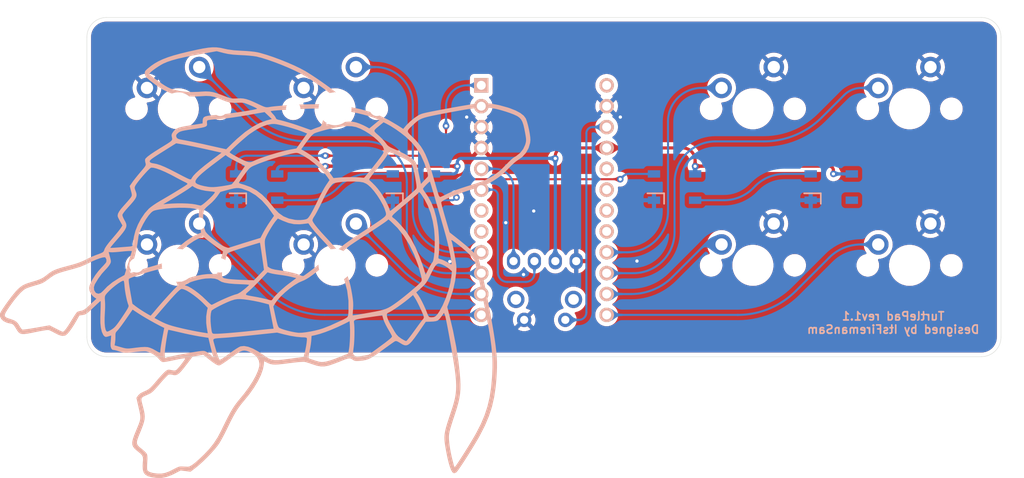
<source format=kicad_pcb>
(kicad_pcb (version 20211014) (generator pcbnew)
  (layers (0 "F.Cu" signal) (31 "B.Cu" signal) (34 "B.Paste" user) (35 "F.Paste" user) (36 "B.SilkS" user "B.Silkscreen") (37 "F.SilkS" user "F.Silkscreen") (38 "B.Mask" user) (39 "F.Mask" user) (44 "Edge.Cuts" user))
  (net 0 "")
  (net 2 "GND")
  (net 3 "VCC")
  (net 4 "reset")
  (net 5 "Net-(RGB1-Pad2)")
  (net 6 "LED")
  (net 7 "Net-(RGB2-Pad2)")
  (net 8 "Net-(RGB3-Pad2)")
  (net 9 "SCL")
  (net 10 "SDA")
  (net 11 "MX1")
  (net 12 "MX2")
  (net 13 "MX3")
  (net 15 "MX4")
  (net 16 "MX5")
  (net 17 "MX6")
  (net 18 "MX7")
  (net 19 "MX8")
  (footprint "0xcb:SW_Cherry_MX_PCB_1.00u" (layer "F.Cu") (at 198.052811 109.763439)
    (fp_text reference "MX8")
    (fp_text value "MX-NoLED")
  )
  (footprint "SSD1306:128x64OLED" (layer "F.Cu") (at 153.902811 98.650939 180)
    (fp_text reference "OL1")
    (fp_text value "SSD1306")
  )
  (footprint "0xcb:SW_Cherry_MX_PCB_1.00u" (layer "F.Cu") (at 109.152811 109.763439)
    (fp_text reference "MX5")
    (fp_text value "MX-NoLED")
  )
  (footprint "0xcb:SW_Cherry_MX_PCB_1.00u" (layer "F.Cu") (at 128.202811 109.763439)
    (fp_text reference "MX6")
    (fp_text value "MX-NoLED")
  )
  (footprint "Keebio-Parts:SW_Tactile_SPST_Angled_MJTP1117" (layer "F.Cu") (at 156.195 116.400939 180)
    (fp_text reference "SW1" hide)
    (fp_text value "SW_Push")
  )
  (footprint "0xcb:SW_Cherry_MX_PCB_1.00u" (layer "F.Cu") (at 179.002811 90.713439)
    (fp_text reference "MX3")
    (fp_text value "MX-NoLED")
  )
  (footprint "0xcb:SW_Cherry_MX_PCB_1.00u" (layer "F.Cu") (at 179.002811 109.763439)
    (fp_text reference "MX7")
    (fp_text value "MX-NoLED")
  )
  (footprint "0xcb:SW_Cherry_MX_PCB_1.00u" (layer "F.Cu") (at 128.202811 90.713439)
    (fp_text reference "MX2")
    (fp_text value "MX-NoLED")
  )
  (footprint "0xcb:SW_Cherry_MX_PCB_1.00u" (layer "F.Cu") (at 109.152811 90.713439)
    (fp_text reference "MX1")
    (fp_text value "MX-NoLED")
  )
  (footprint "Keebio-Parts:ArduinoProMicro" (layer "F.Cu") (at 153.602811 101.825939 -90)
    (fp_text reference "U1" hide)
    (fp_text value "ProMicro" hide)
  )
  (footprint "0xcb:SW_Cherry_MX_PCB_1.00u" (layer "F.Cu") (at 198.052811 90.713439)
    (fp_text reference "MX4")
    (fp_text value "MX-NoLED")
  )
  (footprint "Keebio-Parts:WS2812B" (layer "B.Cu") (at 188.527811 100.238439 180)
    (fp_text reference "RGBe" hide)
    (fp_text value "WS2812B" hide)
  )
  (footprint "Keebio-Parts:WS2812B" (layer "B.Cu") (at 169.477811 100.238439 180)
    (fp_text reference "RGB3" hide)
    (fp_text value "WS2812B" hide)
  )
  (footprint "Keebio-Parts:WS2812B" (layer "B.Cu") (at 137.727811 100.238439 180)
    (fp_text reference "RGB2" hide)
    (fp_text value "WS2812B" hide)
  )
  (footprint "LOGO" (layer "B.Cu") (at 120.65 110.413439 -170)
    (fp_text reference "G***" hide)
    (fp_text value "LOGO" hide)
  )
  (footprint "Keebio-Parts:WS2812B" (layer "B.Cu") (at 118.677811 100.238439 180)
    (fp_text reference "RGB1" hide)
    (fp_text value "WS2812B" hide)
  )
  (gr_arc (start 209.165311 118.494689) (mid 208.467859 120.178487) (end 206.784061 120.875939) (layer "Edge.Cuts") (width 0.05))
  (gr_arc (start 100.421561 120.875939) (mid 98.737763 120.178487) (end 98.040311 118.494689) (layer "Edge.Cuts") (width 0.05))
  (gr_line (start 98.040311 118.494689) (end 98.040311 81.982189) (layer "Edge.Cuts") (width 0.05))
  (gr_arc (start 98.040311 81.982189) (mid 98.737763 80.298391) (end 100.421561 79.600939) (layer "Edge.Cuts") (width 0.05))
  (gr_line (start 209.165311 81.982189) (end 209.165311 118.494689) (layer "Edge.Cuts") (width 0.05))
  (gr_line (start 206.784061 120.875939) (end 100.421561 120.875939) (layer "Edge.Cuts") (width 0.05))
  (gr_line (start 100.421561 79.600939) (end 206.784061 79.600939) (layer "Edge.Cuts") (width 0.05))
  (gr_arc (start 206.784061 79.600939) (mid 208.467859 80.298391) (end 209.165311 81.982189) (layer "Edge.Cuts") (width 0.05))
  (gr_text "TurtlePad rev1.1\nDesigned by ItsFiremanSam" (at 196.05625 116.763439) (layer "B.SilkS") (effects (font (size 1 1) (thickness 0.2)) (justify mirror)))
  (segment (start 151.077811 116.400939) (end 150.934061 116.400939) (width 0.254) (layer "F.Cu") (net 2))
  (via (at 142.15875 109.303439) (size 0.8) (drill 0.4) (layers "F.Cu" "B.Cu") (net 2))
  (via (at 152.35875 103.153439) (size 0.8) (drill 0.4) (layers "F.Cu" "B.Cu") (net 2))
  (via (at 164.90875 109.243439) (size 0.8) (drill 0.4) (layers "F.Cu" "B.Cu") (net 2))
  (via (at 148.95875 104.573439) (size 0.8) (drill 0.4) (layers "F.Cu" "B.Cu") (net 2))
  (via (at 162.88875 91.723439) (size 0.8) (drill 0.4) (layers "F.Cu" "B.Cu") (net 2))
  (via (at 151.11875 110.883439) (size 0.8) (drill 0.4) (layers "F.Cu" "B.Cu") (net 2))
  (via (at 144.20875 91.723439) (size 0.8) (drill 0.4) (layers "F.Cu" "B.Cu") (net 2))
  (segment (start 170.47375 95.475939) (end 161.222811 95.475939) (width 0.381) (layer "F.Cu") (net 3))
  (segment (start 171.98375 97.698439) (end 171.97875 97.703439) (width 0.381) (layer "F.Cu") (net 3))
  (segment (start 171.97375 97.698439) (end 171.97875 97.703439) (width 0.381) (layer "F.Cu") (net 3))
  (segment (start 188.28875 97.698439) (end 171.98375 97.698439) (width 0.381) (layer "F.Cu") (net 3))
  (segment (start 127.01875 97.703439) (end 127.02375 97.698439) (width 0.381) (layer "F.Cu") (net 3))
  (segment (start 127.02375 97.698439) (end 143.05375 97.698439) (width 0.381) (layer "F.Cu") (net 3))
  (segment (start 154.97875 96.753439) (end 154.97875 96.475939) (width 0.381) (layer "F.Cu") (net 3))
  (segment (start 188.78875 98.633439) (end 188.78875 98.198439) (width 0.381) (layer "F.Cu") (net 3))
  (segment (start 143.05375 97.698439) (end 143.06875 97.713439) (width 0.381) (layer "F.Cu") (net 3))
  (segment (start 155.97875 95.475939) (end 161.222811 95.475939) (width 0.381) (layer "F.Cu") (net 3))
  (segment (start 171.97375 96.975939) (end 171.97375 97.698439) (width 0.381) (layer "F.Cu") (net 3))
  (via (at 171.97875 97.703439) (size 0.8) (drill 0.4) (layers "F.Cu" "B.Cu") (net 3))
  (via (at 127.01875 97.703439) (size 0.8) (drill 0.4) (layers "F.Cu" "B.Cu") (net 3))
  (via (at 154.97875 96.753439) (size 0.8) (drill 0.4) (layers "F.Cu" "B.Cu") (net 3))
  (via (at 143.06875 97.713439) (size 0.8) (drill 0.4) (layers "F.Cu" "B.Cu") (net 3))
  (via (at 188.78875 98.633439) (size 0.8) (drill 0.4) (layers "F.Cu" "B.Cu") (net 3))
  (arc (start 154.97875 96.475939) (mid 155.271643 95.768832) (end 155.97875 95.475939) (width 0.381) (layer "F.Cu") (net 3))
  (arc (start 171.97375 96.975939) (mid 171.53441 95.915279) (end 170.47375 95.475939) (width 0.381) (layer "F.Cu") (net 3))
  (arc (start 188.28875 97.698439) (mid 188.642303 97.844886) (end 188.78875 98.198439) (width 0.381) (layer "F.Cu") (net 3))
  (segment (start 154.982811 109.250939) (end 154.982811 96.74225) (width 0.381) (layer "B.Cu") (net 3))
  (segment (start 171.97875 98.63666) (end 171.977171 98.638239) (width 0.381) (layer "B.Cu") (net 3))
  (segment (start 143.06875 97.24225) (end 143.06875 97.713439) (width 0.381) (layer "B.Cu") (net 3))
  (segment (start 142.56875 98.638239) (end 140.227171 98.638239) (width 0.381) (layer "B.Cu") (net 3))
  (segment (start 191.022371 98.633439) (end 191.027171 98.638239) (width 0.381) (layer "B.Cu") (net 3))
  (segment (start 154.982811 96.74225) (end 154.982811 96.749378) (width 0.381) (layer "B.Cu") (net 3))
  (segment (start 143.06875 97.713439) (end 143.06875 98.138239) (width 0.381) (layer "B.Cu") (net 3))
  (segment (start 171.97875 97.703439) (end 171.97875 98.63666) (width 0.381) (layer "B.Cu") (net 3))
  (segment (start 121.177171 98.203439) (end 121.177171 98.638239) (width 0.381) (layer "B.Cu") (net 3))
  (segment (start 127.01875 97.703439) (end 121.677171 97.703439) (width 0.381) (layer "B.Cu") (net 3))
  (segment (start 154.982811 96.749378) (end 154.97875 96.753439) (width 0.381) (layer "B.Cu") (net 3))
  (segment (start 188.78875 98.633439) (end 191.022371 98.633439) (width 0.381) (layer "B.Cu") (net 3))
  (segment (start 154.982811 96.74225) (end 143.56875 96.74225) (width 0.381) (layer "B.Cu") (net 3))
  (arc (start 142.56875 98.638239) (mid 142.922303 98.491792) (end 143.06875 98.138239) (width 0.381) (layer "B.Cu") (net 3))
  (arc (start 121.677171 97.703439) (mid 121.323618 97.849886) (end 121.177171 98.203439) (width 0.381) (layer "B.Cu") (net 3))
  (arc (start 143.06875 97.24225) (mid 143.215197 96.888697) (end 143.56875 96.74225) (width 0.381) (layer "B.Cu") (net 3))
  (segment (start 161.222811 92.935939) (end 161.381561 92.935939) (width 0.254) (layer "F.Cu") (net 4))
  (segment locked (start 161.222811 92.935939) (end 159.514057 92.935939) (width 0.254) (layer "B.Cu") (net 4))
  (segment locked (start 157.840853 116.400939) (end 156.195 116.400939) (width 0.254) (layer "B.Cu") (net 4))
  (segment locked (start 158.75875 93.691246) (end 158.75875 115.483042) (width 0.254) (layer "B.Cu") (net 4))
  (arc locked (start 158.75875 93.691246) (mid 158.979974 93.157163) (end 159.514057 92.935939) (width 0.254) (layer "B.Cu") (net 4))
  (arc locked (start 157.840853 116.400939) (mid 158.489904 116.132093) (end 158.75875 115.483042) (width 0.254) (layer "B.Cu") (net 4))
  (segment (start 135.228451 98.638239) (end 132.305018 98.638239) (width 0.254) (layer "B.Cu") (net 5))
  (segment (start 128.769484 100.102705) (end 128.498016 100.374173) (width 0.254) (layer "B.Cu") (net 5))
  (segment (start 124.962482 101.838639) (end 121.177171 101.838639) (width 0.254) (layer "B.Cu") (net 5))
  (arc (start 128.498016 100.374173) (mid 126.875899 101.458037) (end 124.962482 101.838639) (width 0.254) (layer "B.Cu") (net 5))
  (arc (start 128.769484 100.102705) (mid 130.391601 99.018841) (end 132.305018 98.638239) (width 0.254) (layer "B.Cu") (net 5))
  (segment (start 127.02375 96.428439) (end 138.696561 96.428439) (width 0.254) (layer "F.Cu") (net 6))
  (segment (start 127.01875 96.423439) (end 127.02375 96.428439) (width 0.254) (layer "F.Cu") (net 6))
  (segment (start 141.696561 93.428439) (end 141.696561 92.803439) (width 0.254) (layer "F.Cu") (net 6))
  (via (at 127.01875 96.423439) (size 0.8) (drill 0.4) (layers "F.Cu" "B.Cu") (net 6))
  (via (at 141.696561 92.803439) (size 0.8) (drill 0.4) (layers "F.Cu" "B.Cu") (net 6))
  (arc (start 138.696561 96.428439) (mid 140.817881 95.549759) (end 141.696561 93.428439) (width 0.254) (layer "F.Cu") (net 6))
  (segment (start 116.178451 97.72816) (end 116.178451 98.638239) (width 0.254) (layer "B.Cu") (net 6))
  (segment (start 144.272296 87.855939) (end 145.982811 87.855939) (width 0.254) (layer "B.Cu") (net 6))
  (segment (start 141.696561 92.803439) (end 141.696561 90.431674) (width 0.254) (layer "B.Cu") (net 6))
  (segment (start 127.01875 96.423439) (end 117.483172 96.423439) (width 0.254) (layer "B.Cu") (net 6))
  (arc (start 117.483172 96.423439) (mid 116.560595 96.805583) (end 116.178451 97.72816) (width 0.254) (layer "B.Cu") (net 6))
  (arc (start 141.696561 90.431674) (mid 142.450976 88.610354) (end 144.272296 87.855939) (width 0.254) (layer "B.Cu") (net 6))
  (segment (start 142.966561 100.783439) (end 142.966561 101.508439) (width 0.254) (layer "F.Cu") (net 7))
  (segment (start 162.87875 99.283439) (end 144.466561 99.283439) (width 0.254) (layer "F.Cu") (net 7))
  (via (at 142.966561 101.508439) (size 0.8) (drill 0.4) (layers "F.Cu" "B.Cu") (net 7))
  (via (at 162.87875 99.283439) (size 0.8) (drill 0.4) (layers "F.Cu" "B.Cu") (net 7))
  (arc (start 144.466561 99.283439) (mid 143.405901 99.722779) (end 142.966561 100.783439) (width 0.254) (layer "F.Cu") (net 7))
  (segment (start 163.938164 98.638239) (end 166.978451 98.638239) (width 0.254) (layer "B.Cu") (net 7))
  (segment (start 140.227171 101.838639) (end 140.232371 101.833439) (width 0.254) (layer "B.Cu") (net 7))
  (segment (start 162.87875 99.283439) (end 163.231057 98.931132) (width 0.254) (layer "B.Cu") (net 7))
  (segment (start 142.788008 101.686992) (end 142.966561 101.508439) (width 0.254) (layer "B.Cu") (net 7))
  (segment (start 140.232371 101.833439) (end 142.434454 101.833439) (width 0.254) (layer "B.Cu") (net 7))
  (arc (start 142.434454 101.833439) (mid 142.625796 101.795379) (end 142.788008 101.686992) (width 0.254) (layer "B.Cu") (net 7))
  (arc (start 163.938164 98.638239) (mid 163.555481 98.714359) (end 163.231057 98.931132) (width 0.254) (layer "B.Cu") (net 7))
  (segment (start 179.028016 100.374173) (end 179.299484 100.102705) (width 0.254) (layer "B.Cu") (net 8))
  (segment (start 182.835018 98.638239) (end 186.028451 98.638239) (width 0.254) (layer "B.Cu") (net 8))
  (segment (start 171.977171 101.838639) (end 175.492482 101.838639) (width 0.254) (layer "B.Cu") (net 8))
  (arc (start 179.299484 100.102705) (mid 180.921601 99.018841) (end 182.835018 98.638239) (width 0.254) (layer "B.Cu") (net 8))
  (arc (start 179.028016 100.374173) (mid 177.405899 101.458037) (end 175.492482 101.838639) (width 0.254) (layer "B.Cu") (net 8))
  (segment (start 151.392438 111.783439) (end 149.155042 111.783439) (width 0.254) (layer "B.Cu") (net 9))
  (segment (start 145.99875 100.555939) (end 147.338974 100.555938) (width 0.254) (layer "B.Cu") (net 9))
  (segment (start 147.99875 110.627147) (end 147.99875 101.215713) (width 0.254) (layer "B.Cu") (net 9))
  (segment (start 152.442811 109.250939) (end 152.442811 110.733066) (width 0.254) (layer "B.Cu") (net 9))
  (segment (start 145.99875 100.555939) (end 145.982811 100.555939) (width 0.254) (layer "B.Cu") (net 9))
  (arc (start 147.99875 101.215713) (mid 147.805506 100.749181) (end 147.338974 100.555938) (width 0.254) (layer "B.Cu") (net 9))
  (arc (start 147.99875 110.627147) (mid 148.33742 111.444769) (end 149.155042 111.783439) (width 0.254) (layer "B.Cu") (net 9))
  (arc (start 152.442811 110.733066) (mid 152.135164 111.475792) (end 151.392438 111.783439) (width 0.254) (layer "B.Cu") (net 9))
  (segment (start 149.902811 100.288809) (end 149.902811 109.250939) (width 0.254) (layer "B.Cu") (net 10))
  (segment (start 145.982811 98.015939) (end 147.629941 98.015939) (width 0.254) (layer "B.Cu") (net 10))
  (arc (start 147.629941 98.015939) (mid 149.237103 98.681647) (end 149.902811 100.288809) (width 0.254) (layer "B.Cu") (net 10))
  (segment (start 124.883697 94.682189) (end 131.934061 94.682189) (width 0.254) (layer "B.Cu") (net 11))
  (segment (start 111.692811 85.633439) (end 117.812629 91.753257) (width 0.254) (layer "B.Cu") (net 11))
  (segment (start 141.934061 110.715939) (end 145.982811 110.715939) (width 0.254) (layer "B.Cu") (net 11))
  (segment (start 136.934061 99.682189) (end 136.934061 105.715939) (width 0.254) (layer "B.Cu") (net 11))
  (arc (start 131.934061 94.682189) (mid 135.469595 96.146655) (end 136.934061 99.682189) (width 0.254) (layer "B.Cu") (net 11))
  (arc (start 141.934061 110.715939) (mid 138.398527 109.251473) (end 136.934061 105.715939) (width 0.254) (layer "B.Cu") (net 11))
  (arc (start 117.812629 91.753257) (mid 121.056863 93.920985) (end 124.883697 94.682189) (width 0.254) (layer "B.Cu") (net 11))
  (segment (start 137.660572 90.204367) (end 137.660572 103.175939) (width 0.254) (layer "B.Cu") (net 12))
  (segment (start 142.660572 108.175939) (end 145.982811 108.175939) (width 0.254) (layer "B.Cu") (net 12))
  (segment (start 130.742811 85.633439) (end 133.089644 85.633439) (width 0.254) (layer "B.Cu") (net 12))
  (arc (start 142.660572 108.175939) (mid 139.125038 106.711473) (end 137.660572 103.175939) (width 0.254) (layer "B.Cu") (net 12))
  (arc (start 137.660572 90.204367) (mid 136.321778 86.972233) (end 133.089644 85.633439) (width 0.254) (layer "B.Cu") (net 12))
  (segment (start 175.192811 88.173439) (end 172.777404 88.173439) (width 0.254) (layer "B.Cu") (net 13))
  (segment (start 163.684061 108.175939) (end 161.222811 108.175939) (width 0.254) (layer "B.Cu") (net 13))
  (segment (start 168.684061 92.266782) (end 168.684061 103.175939) (width 0.254) (layer "B.Cu") (net 13))
  (arc (start 168.684061 103.175939) (mid 167.219595 106.711473) (end 163.684061 108.175939) (width 0.254) (layer "B.Cu") (net 13))
  (arc (start 168.684061 92.266782) (mid 169.882973 89.372351) (end 172.777404 88.173439) (width 0.254) (layer "B.Cu") (net 13))
  (segment (start 192.189623 88.173439) (end 194.242811 88.173439) (width 0.254) (layer "B.Cu") (net 15))
  (segment (start 174.477811 94.683439) (end 180.316614 94.683439) (width 0.254) (layer "B.Cu") (net 15))
  (segment (start 169.477811 105.715939) (end 169.477811 99.683439) (width 0.254) (layer "B.Cu") (net 15))
  (segment (start 187.387682 91.754507) (end 190.105463 89.036726) (width 0.254) (layer "B.Cu") (net 15))
  (segment (start 161.222811 110.715939) (end 164.477811 110.715939) (width 0.254) (layer "B.Cu") (net 15))
  (arc (start 169.477811 99.683439) (mid 170.942277 96.147905) (end 174.477811 94.683439) (width 0.254) (layer "B.Cu") (net 15))
  (arc (start 164.477811 110.715939) (mid 168.013345 109.251473) (end 169.477811 105.715939) (width 0.254) (layer "B.Cu") (net 15))
  (arc (start 190.105463 89.036726) (mid 191.061684 88.3978) (end 192.189623 88.173439) (width 0.254) (layer "B.Cu") (net 15))
  (arc (start 180.316614 94.683439) (mid 184.143448 93.922234) (end 187.387682 91.754507) (width 0.254) (layer "B.Cu") (net 15))
  (segment (start 119.876379 112.867007) (end 111.692811 104.683439) (width 0.254) (layer "B.Cu") (net 16))
  (segment (start 145.982811 115.795939) (end 126.947447 115.795939) (width 0.254) (layer "B.Cu") (net 16))
  (arc (start 126.947447 115.795939) (mid 123.120613 115.034734) (end 119.876379 112.867007) (width 0.254) (layer "B.Cu") (net 16))
  (segment (start 136.386379 110.327007) (end 130.742811 104.683439) (width 0.254) (layer "B.Cu") (net 17))
  (segment (start 145.982811 113.255939) (end 143.457447 113.255939) (width 0.254) (layer "B.Cu") (net 17))
  (arc (start 136.386379 110.327007) (mid 139.630613 112.494735) (end 143.457447 113.255939) (width 0.254) (layer "B.Cu") (net 17))
  (segment (start 175.192811 107.223439) (end 173.17875 107.223439) (width 0.254) (layer "B.Cu") (net 18))
  (segment (start 164.196135 113.255939) (end 161.222811 113.255939) (width 0.254) (layer "B.Cu") (net 18))
  (segment (start 173.17875 107.223439) (end 169.232296 111.169893) (width 0.254) (layer "B.Cu") (net 18))
  (arc (start 164.196135 113.255939) (mid 166.921686 112.713793) (end 169.232296 111.169893) (width 0.254) (layer "B.Cu") (net 18))
  (segment (start 177.164114 115.795939) (end 161.222811 115.795939) (width 0.254) (layer "B.Cu") (net 19))
  (segment (start 194.242811 107.223439) (end 192.153448 107.223439) (width 0.254) (layer "B.Cu") (net 19))
  (segment (start 188.270296 108.831893) (end 184.235182 112.867007) (width 0.254) (layer "B.Cu") (net 19))
  (arc (start 192.153448 107.223439) (mid 190.051901 107.641463) (end 188.270296 108.831893) (width 0.254) (layer "B.Cu") (net 19))
  (arc (start 177.164114 115.795939) (mid 180.990948 115.034734) (end 184.235182 112.867007) (width 0.254) (layer "B.Cu") (net 19))
  (zone (net 7) (net_name "Net-(RGB2-Pad2)") (layer "F.Cu") (priority 16962) (connect_pads yes (clearance 0)) (min_thickness 0.0254) (fill yes (thermal_gap 0.508) (thermal_bridge_width 0.508))
    (polygon (pts (xy 142.839561 100.793439) (xy 142.837474 100.861297) (xy 142.831379 100.921481) (xy 142.821526 100.974951) (xy 142.808164 101.022667) (xy 142.791542 101.06559) (xy 142.771909 101.104682) (xy 142.749515 101.140903) (xy 142.724609 101.175215) (xy 142.697441 101.208577) (xy 142.668259 101.241951) (xy 142.966561 101.708439) (xy 143.264863 101.241951) (xy 143.23568 101.208577) (xy 143.208512 101.175215) (xy 143.183606 101.140903) (xy 143.161212 101.104682) (xy 143.141579 101.06559) (xy 143.124957 101.022667) (xy 143.111595 100.974951) (xy 143.101742 100.921481) (xy 143.095647 100.861297) (xy 143.093561 100.793439)))
  )
  (zone (net 3) (net_name "VCC") (layer "F.Cu") (priority 16962) (connect_pads yes (clearance 0)) (min_thickness 0.0254) (fill yes (thermal_gap 0.508) (thermal_bridge_width 0.508))
    (polygon (pts (xy 142.18375 97.888939) (xy 142.289638 97.891253) (xy 142.378192 97.898056) (xy 142.453305 97.909134) (xy 142.518871 97.924275) (xy 142.578785 97.943266) (xy 142.636941 97.965897) (xy 142.697233 97.991953) (xy 142.763556 98.021223) (xy 142.839804 98.053494) (xy 142.929872 98.088555) (xy 143.268612 97.720841) (xy 142.958001 97.329077) (xy 142.863131 97.358264) (xy 142.783011 97.385888) (xy 142.713561 97.411593) (xy 142.650706 97.435022) (xy 142.590368 97.455822) (xy 142.528471 97.473637) (xy 142.460937 97.488111) (xy 142.38369 97.498889) (xy 142.292653 97.505617) (xy 142.18375 97.507939)))
  )
  (zone (net 3) (net_name "VCC") (layer "F.Cu") (priority 16962) (connect_pads yes (clearance 0)) (min_thickness 0.0254) (fill yes (thermal_gap 0.508) (thermal_bridge_width 0.508))
    (polygon (pts (xy 159.301251 95.666439) (xy 159.541041 95.677435) (xy 159.736707 95.708391) (xy 159.898545 95.756255) (xy 160.036852 95.817976) (xy 160.161926 95.890502) (xy 160.284063 95.970783) (xy 160.41356 96.055767) (xy 160.560715 96.142402) (xy 160.735825 96.227638) (xy 160.949187 96.308424) (xy 161.660961 95.475939) (xy 160.949187 94.643454) (xy 160.735825 94.724239) (xy 160.560715 94.809475) (xy 160.41356 94.89611) (xy 160.284063 94.981094) (xy 160.161926 95.061375) (xy 160.036852 95.133901) (xy 159.898545 95.195622) (xy 159.736707 95.243486) (xy 159.541041 95.274442) (xy 159.301251 95.285439)))
  )
  (zone (net 3) (net_name "VCC") (layer "F.Cu") (priority 16962) (connect_pads yes (clearance 0)) (min_thickness 0.0254) (fill yes (thermal_gap 0.508) (thermal_bridge_width 0.508))
    (polygon (pts (xy 188.59825 98.208439) (xy 188.597926 98.22067) (xy 188.597036 98.232541) (xy 188.595706 98.243843) (xy 188.594058 98.254367) (xy 188.592216 98.263907) (xy 188.590304 98.272254) (xy 188.588446 98.279201) (xy 188.586765 98.284539) (xy 188.585386 98.28806) (xy 188.584433 98.289558) (xy 188.78875 98.833439) (xy 188.993067 98.289558) (xy 188.992113 98.28806) (xy 188.990734 98.284539) (xy 188.989053 98.279201) (xy 188.987195 98.272254) (xy 188.985283 98.263907) (xy 188.983441 98.254367) (xy 188.981793 98.243843) (xy 188.980463 98.232541) (xy 188.979573 98.22067) (xy 188.97925 98.208439)))
  )
  (zone (net 3) (net_name "VCC") (layer "F.Cu") (priority 16962) (connect_pads yes (clearance 0)) (min_thickness 0.0254) (fill yes (thermal_gap 0.508) (thermal_bridge_width 0.508))
    (polygon (pts (xy 127.89375 97.507939) (xy 127.787201 97.505579) (xy 127.698157 97.498723) (xy 127.622641 97.487703) (xy 127.556677 97.472851) (xy 127.49629 97.4545) (xy 127.437502 97.432981) (xy 127.376339 97.408628) (xy 127.308823 97.381774) (xy 127.230978 97.35275) (xy 127.13883 97.321889) (xy 126.818767 97.70597) (xy 127.148449 98.081827) (xy 127.23896 98.048992) (xy 127.315484 98.018414) (xy 127.381934 97.990375) (xy 127.442222 97.965158) (xy 127.500264 97.943046) (xy 127.559973 97.924321) (xy 127.625262 97.909265) (xy 127.700045 97.898161) (xy 127.788236 97.891291) (xy 127.89375 97.888939)))
  )
  (zone (net 3) (net_name "VCC") (layer "F.Cu") (priority 16962) (connect_pads yes (clearance 0)) (min_thickness 0.0254) (fill yes (thermal_gap 0.508) (thermal_bridge_width 0.508))
    (polygon (pts (xy 171.78325 96.985939) (xy 171.782163 97.056204) (xy 171.77883 97.119144) (xy 171.773138 97.17564) (xy 171.764975 97.226571) (xy 171.754231 97.272818) (xy 171.740794 97.315261) (xy 171.724552 97.354781) (xy 171.705393 97.392257) (xy 171.683206 97.428571) (xy 171.657881 97.464603) (xy 171.981281 97.903422) (xy 172.29347 97.456557) (xy 172.267609 97.421614) (xy 172.244883 97.386232) (xy 172.225193 97.349566) (xy 172.208443 97.31077) (xy 172.194536 97.268999) (xy 172.183374 97.223408) (xy 172.174862 97.173151) (xy 172.168901 97.117384) (xy 172.165396 97.055262) (xy 172.16425 96.985939)))
  )
  (zone (net 6) (net_name "LED") (layer "F.Cu") (priority 16962) (connect_pads yes (clearance 0)) (min_thickness 0.0254) (fill yes (thermal_gap 0.508) (thermal_bridge_width 0.508))
    (polygon (pts (xy 141.823561 93.418439) (xy 141.825391 93.372105) (xy 141.830596 93.329628) (xy 141.838746 93.290927) (xy 141.849411 93.255925) (xy 141.862161 93.224542) (xy 141.876567 93.1967) (xy 141.892199 93.17232) (xy 141.908627 93.151323) (xy 141.925422 93.133631) (xy 141.942154 93.119166) (xy 141.696561 92.603439) (xy 141.450968 93.119166) (xy 141.467699 93.133631) (xy 141.484494 93.151323) (xy 141.500922 93.17232) (xy 141.516554 93.1967) (xy 141.53096 93.224542) (xy 141.54371 93.255925) (xy 141.554375 93.290927) (xy 141.562525 93.329628) (xy 141.56773 93.372105) (xy 141.569561 93.418439)))
  )
  (zone (net 3) (net_name "VCC") (layer "F.Cu") (priority 16962) (connect_pads yes (clearance 0)) (min_thickness 0.0254) (fill yes (thermal_gap 0.508) (thermal_bridge_width 0.508))
    (polygon (pts (xy 172.85375 97.507939) (xy 172.747201 97.505579) (xy 172.658157 97.498723) (xy 172.582641 97.487703) (xy 172.516677 97.472851) (xy 172.45629 97.4545) (xy 172.397502 97.432981) (xy 172.336339 97.408628) (xy 172.268823 97.381774) (xy 172.190978 97.35275) (xy 172.09883 97.321889) (xy 171.778767 97.70597) (xy 172.108449 98.081827) (xy 172.19896 98.048992) (xy 172.275484 98.018414) (xy 172.341934 97.990375) (xy 172.402222 97.965158) (xy 172.460264 97.943046) (xy 172.519973 97.924321) (xy 172.585262 97.909265) (xy 172.660045 97.898161) (xy 172.748236 97.891291) (xy 172.85375 97.888939)))
  )
  (zone (net 6) (net_name "LED") (layer "F.Cu") (priority 16962) (connect_pads yes (clearance 0)) (min_thickness 0.0254) (fill yes (thermal_gap 0.508) (thermal_bridge_width 0.508))
    (polygon (pts (xy 127.89375 96.301439) (xy 127.786447 96.297457) (xy 127.698076 96.286142) (xy 127.624269 96.26844) (xy 127.560658 96.245295) (xy 127.502873 96.217652) (xy 127.446546 96.186456) (xy 127.387309 96.152653) (xy 127.320792 96.117188) (xy 127.242628 96.081005) (xy 127.148449 96.045051) (xy 126.818767 96.420908) (xy 127.13883 96.804989) (xy 127.234631 96.771125) (xy 127.314126 96.736565) (xy 127.381736 96.702311) (xy 127.441885 96.669367) (xy 127.498995 96.638738) (xy 127.557489 96.611427) (xy 127.621788 96.588438) (xy 127.696317 96.570774) (xy 127.785496 96.55944) (xy 127.89375 96.555439)))
  )
  (zone (net 7) (net_name "Net-(RGB2-Pad2)") (layer "F.Cu") (priority 16962) (connect_pads yes (clearance 0)) (min_thickness 0.0254) (fill yes (thermal_gap 0.508) (thermal_bridge_width 0.508))
    (polygon (pts (xy 162.00875 99.410439) (xy 162.115866 99.414449) (xy 162.204068 99.425821) (xy 162.277732 99.443569) (xy 162.341232 99.466705) (xy 162.398945 99.494244) (xy 162.455247 99.525199) (xy 162.514512 99.558582) (xy 162.581118 99.593408) (xy 162.659439 99.628689) (xy 162.753851 99.663439) (xy 163.07875 99.283439) (xy 162.753851 98.903439) (xy 162.659439 98.938188) (xy 162.581118 98.973469) (xy 162.514512 99.008295) (xy 162.455247 99.041678) (xy 162.398945 99.072633) (xy 162.341232 99.100172) (xy 162.277732 99.123308) (xy 162.204068 99.141056) (xy 162.115866 99.152428) (xy 162.00875 99.156439)))
  )
  (zone (net 3) (net_name "VCC") (layer "F.Cu") (priority 16962) (connect_pads yes (clearance 0)) (min_thickness 0.0254) (fill yes (thermal_gap 0.508) (thermal_bridge_width 0.508))
    (polygon (pts (xy 163.144371 95.285439) (xy 162.90458 95.274442) (xy 162.708914 95.243486) (xy 162.547076 95.195622) (xy 162.408769 95.133901) (xy 162.283695 95.061375) (xy 162.161558 94.981094) (xy 162.032061 94.89611) (xy 161.884906 94.809475) (xy 161.709796 94.724239) (xy 161.496435 94.643454) (xy 160.784661 95.475939) (xy 161.496435 96.308424) (xy 161.709796 96.227638) (xy 161.884906 96.142402) (xy 162.032061 96.055767) (xy 162.161558 95.970783) (xy 162.283695 95.890502) (xy 162.408769 95.817976) (xy 162.547076 95.756255) (xy 162.708914 95.708391) (xy 162.90458 95.677435) (xy 163.144371 95.666439)))
  )
  (zone (net 2) (net_name "GND") (layers F&B.Cu) (connect_pads (clearance 0.508)) (min_thickness 0.254) (fill yes (thermal_gap 0.508) (thermal_bridge_width 0.508))
    (polygon (pts (xy 211.96875 123.193439) (xy 95.12875 123.193439) (xy 95.12875 77.473439) (xy 211.96875 77.473439)))
  )
  (zone (net 15) (net_name "MX4") (layer "B.Cu") (priority 16962) (connect_pads yes (clearance 0)) (min_thickness 0.0254) (fill yes (thermal_gap 0.508) (thermal_bridge_width 0.508))
    (polygon (pts (xy 192.199623 88.300439) (xy 192.363518 88.309793) (xy 192.50997 88.336221) (xy 192.640229 88.377274) (xy 192.755547 88.4305) (xy 192.857175 88.49345) (xy 192.946362 88.563673) (xy 193.024361 88.638719) (xy 193.092423 88.716138) (xy 193.151797 88.793479) (xy 193.203736 88.868292) (xy 194.867811 88.173439) (xy 193.203736 87.478586) (xy 193.151797 87.553398) (xy 193.092423 87.630739) (xy 193.024361 87.708158) (xy 192.946362 87.783204) (xy 192.857175 87.853427) (xy 192.755547 87.916377) (xy 192.640229 87.969603) (xy 192.50997 88.010656) (xy 192.363518 88.037084) (xy 192.199623 88.046439)))
  )
  (zone (net 6) (net_name "LED") (layer "B.Cu") (priority 16962) (connect_pads yes (clearance 0)) (min_thickness 0.0254) (fill yes (thermal_gap 0.508) (thermal_bridge_width 0.508))
    (polygon (pts (xy 126.14875 96.550439) (xy 126.255866 96.554449) (xy 126.344068 96.565821) (xy 126.417732 96.583569) (xy 126.481232 96.606705) (xy 126.538945 96.634244) (xy 126.595247 96.665199) (xy 126.654512 96.698582) (xy 126.721118 96.733408) (xy 126.799439 96.768689) (xy 126.893851 96.803439) (xy 127.21875 96.423439) (xy 126.893851 96.043439) (xy 126.799439 96.078188) (xy 126.721118 96.113469) (xy 126.654512 96.148295) (xy 126.595247 96.181678) (xy 126.538945 96.212633) (xy 126.481232 96.240172) (xy 126.417732 96.263308) (xy 126.344068 96.281056) (xy 126.255866 96.292428) (xy 126.14875 96.296439)))
  )
  (zone (net 3) (net_name "VCC") (layer "B.Cu") (priority 16962) (connect_pads yes (clearance 0)) (min_thickness 0.0254) (fill yes (thermal_gap 0.508) (thermal_bridge_width 0.508))
    (polygon (pts (xy 154.112811 96.93275) (xy 154.216442 96.935127) (xy 154.303044 96.942077) (xy 154.376449 96.953328) (xy 154.440493 96.968609) (xy 154.49901 96.987645) (xy 154.555834 97.010167) (xy 154.6148 97.035901) (xy 154.679741 97.064576) (xy 154.754493 97.095919) (xy 154.842891 97.129659) (xy 155.178666 96.759234) (xy 154.864915 96.36998) (xy 154.772781 96.399269) (xy 154.695014 96.427126) (xy 154.627636 96.453161) (xy 154.56667 96.476985) (xy 154.508139 96.498211) (xy 154.448066 96.516448) (xy 154.382474 96.53131) (xy 154.307385 96.542406) (xy 154.218823 96.549349) (xy 154.112811 96.55175)))
  )
  (zone (net 9) (net_name "SCL") (layer "B.Cu") (priority 16962) (connect_pads yes (clearance 0)) (min_thickness 0.0254) (fill yes (thermal_gap 0.508) (thermal_bridge_width 0.508))
    (polygon (pts (xy 152.569811 110.723066) (xy 152.576014 110.579838) (xy 152.593868 110.455024) (xy 152.622233 110.346007) (xy 152.659973 110.250168) (xy 152.70595 110.16489) (xy 152.759027 110.087556) (xy 152.818067 110.015549) (xy 152.881932 109.94625) (xy 152.949484 109.877043) (xy 153.019588 109.80531) (xy 152.442811 108.850939) (xy 151.866034 109.80531) (xy 151.936137 109.877043) (xy 152.003689 109.94625) (xy 152.067554 110.015549) (xy 152.126594 110.087556) (xy 152.179671 110.16489) (xy 152.225648 110.250168) (xy 152.263388 110.346007) (xy 152.291753 110.455024) (xy 152.309607 110.579838) (xy 152.315811 110.723066)))
  )
  (zone (net 3) (net_name "VCC") (layer "B.Cu") (priority 16962) (connect_pads yes (clearance 0)) (min_thickness 0.0254) (fill yes (thermal_gap 0.508) (thermal_bridge_width 0.508))
    (polygon (pts (xy 171.78825 97.713439) (xy 171.786028 97.817805) (xy 171.779407 97.906872) (xy 171.768447 97.983705) (xy 171.75321 98.051368) (xy 171.73376 98.112924) (xy 171.710157 98.171438) (xy 171.682464 98.229974) (xy 171.650744 98.291596) (xy 171.615059 98.359367) (xy 171.57547 98.436354) (xy 171.976368 98.863027) (xy 172.380306 98.439232) (xy 172.341144 98.361754) (xy 172.305809 98.293585) (xy 172.274371 98.231643) (xy 172.246899 98.172845) (xy 172.223463 98.114108) (xy 172.204131 98.052349) (xy 172.188975 97.984485) (xy 172.178063 97.907434) (xy 172.171464 97.818113) (xy 172.16925 97.713439)))
  )
  (zone (net 7) (net_name "Net-(RGB2-Pad2)") (layer "B.Cu") (priority 16962) (connect_pads yes (clearance 0)) (min_thickness 0.0254) (fill yes (thermal_gap 0.508) (thermal_bridge_width 0.508))
    (polygon (pts (xy 141.211867 101.706439) (xy 141.08956 101.701538) (xy 140.989124 101.687698) (xy 140.905472 101.666208) (xy 140.833517 101.638357) (xy 140.768172 101.605436) (xy 140.70435 101.568735) (xy 140.636964 101.529544) (xy 140.560927 101.489152) (xy 140.471153 101.44885) (xy 140.362554 101.409928) (xy 140.002397 101.841264) (xy 140.37253 102.264071) (xy 140.479452 102.222949) (xy 140.567845 102.180945) (xy 140.642741 102.139287) (xy 140.709172 102.099201) (xy 140.772173 102.061915) (xy 140.836776 102.028656) (xy 140.908013 102.000652) (xy 140.990919 101.979129) (xy 141.090526 101.965316) (xy 141.211867 101.960439)))
  )
  (zone (net 4) (net_name "reset") (layer "B.Cu") (priority 16962) (connect_pads yes (clearance 0)) (min_thickness 0.0254) (fill yes (thermal_gap 0.508) (thermal_bridge_width 0.508))
    (polygon (pts (xy 159.524057 93.062939) (xy 159.70145 93.070491) (xy 159.853386 93.092264) (xy 159.984209 93.126929) (xy 160.098266 93.173157) (xy 160.1999 93.229618) (xy 160.293457 93.294986) (xy 160.383281 93.367931) (xy 160.473718 93.447125) (xy 160.569111 93.531238) (xy 160.673808 93.618944) (xy 161.660961 92.935939) (xy 160.673808 92.252934) (xy 160.569111 92.340639) (xy 160.473718 92.424752) (xy 160.383281 92.503946) (xy 160.293457 92.576891) (xy 160.1999 92.642259) (xy 160.098266 92.69872) (xy 159.984209 92.744948) (xy 159.853386 92.779613) (xy 159.70145 92.801386) (xy 159.524057 92.808939)))
  )
  (zone (net 19) (net_name "MX8") (layer "B.Cu") (priority 16962) (connect_pads yes (clearance 0)) (min_thickness 0.0254) (fill yes (thermal_gap 0.508) (thermal_bridge_width 0.508))
    (polygon (pts (xy 192.163448 107.350439) (xy 192.335452 107.359983) (xy 192.488616 107.387013) (xy 192.624487 107.429121) (xy 192.744611 107.483899) (xy 192.850536 107.548942) (xy 192.943807 107.621841) (xy 193.025973 107.700191) (xy 193.098579 107.781583) (xy 193.163173 107.863611) (xy 193.221302 107.943868) (xy 194.867811 107.223439) (xy 193.221302 106.50301) (xy 193.163173 106.583266) (xy 193.098579 106.665294) (xy 193.025973 106.746686) (xy 192.943807 106.825036) (xy 192.850536 106.897935) (xy 192.744611 106.962978) (xy 192.624487 107.017756) (xy 192.488616 107.059864) (xy 192.335452 107.086894) (xy 192.163448 107.096439)))
  )
  (zone (net 7) (net_name "Net-(RGB2-Pad2)") (layer "B.Cu") (priority 16962) (connect_pads yes (clearance 0)) (min_thickness 0.0254) (fill yes (thermal_gap 0.508) (thermal_bridge_width 0.508))
    (polygon (pts (xy 163.134183 98.848402) (xy 163.118861 98.862127) (xy 163.102946 98.873638) (xy 163.086863 98.883085) (xy 163.071038 98.890618) (xy 163.055897 98.896385) (xy 163.041866 98.900539) (xy 163.02937 98.903227) (xy 163.018835 98.904601) (xy 163.010688 98.90481) (xy 163.005353 98.904004) (xy 162.737329 99.42486) (xy 163.258185 99.156836) (xy 163.257378 99.1515) (xy 163.257587 99.143353) (xy 163.258961 99.132818) (xy 163.261649 99.120322) (xy 163.265803 99.106291) (xy 163.27157 99.09115) (xy 163.279103 99.075325) (xy 163.28855 99.059242) (xy 163.300061 99.043327) (xy 163.313787 99.028006)))
  )
  (zone (net 5) (net_name "Net-(RGB1-Pad2)") (layer "B.Cu") (priority 16962) (connect_pads yes (clearance 0)) (min_thickness 0.0254) (fill yes (thermal_gap 0.508) (thermal_bridge_width 0.508))
    (polygon (pts (xy 122.156667 101.711639) (xy 122.035528 101.70673) (xy 121.9361 101.692854) (xy 121.853345 101.67128) (xy 121.782222 101.643281) (xy 121.717693 101.610127) (xy 121.654716 101.57309) (xy 121.588253 101.533441) (xy 121.513265 101.492452) (xy 121.424711 101.451394) (xy 121.317552 101.411538) (xy 120.952381 101.838639) (xy 121.317552 102.26574) (xy 121.424711 102.225883) (xy 121.513265 102.184825) (xy 121.588253 102.143836) (xy 121.654716 102.104187) (xy 121.717693 102.06715) (xy 121.782222 102.033996) (xy 121.853345 102.005997) (xy 121.9361 101.984423) (xy 122.035528 101.970547) (xy 122.156667 101.965639)))
  )
  (zone (net 8) (net_name "Net-(RGB3-Pad2)") (layer "B.Cu") (priority 16962) (connect_pads yes (clearance 0)) (min_thickness 0.0254) (fill yes (thermal_gap 0.508) (thermal_bridge_width 0.508))
    (polygon (pts (xy 172.956667 101.711639) (xy 172.835528 101.70673) (xy 172.7361 101.692854) (xy 172.653345 101.67128) (xy 172.582222 101.643281) (xy 172.517693 101.610127) (xy 172.454716 101.57309) (xy 172.388253 101.533441) (xy 172.313265 101.492452) (xy 172.224711 101.451394) (xy 172.117552 101.411538) (xy 171.752381 101.838639) (xy 172.117552 102.26574) (xy 172.224711 102.225883) (xy 172.313265 102.184825) (xy 172.388253 102.143836) (xy 172.454716 102.104187) (xy 172.517693 102.06715) (xy 172.582222 102.033996) (xy 172.653345 102.005997) (xy 172.7361 101.984423) (xy 172.835528 101.970547) (xy 172.956667 101.965639)))
  )
  (zone (net 6) (net_name "LED") (layer "B.Cu") (priority 16962) (connect_pads yes (clearance 0)) (min_thickness 0.0254) (fill yes (thermal_gap 0.508) (thermal_bridge_width 0.508))
    (polygon (pts (xy 144.282296 87.982939) (xy 144.46013 87.990508) (xy 144.612386 88.012327) (xy 144.743445 88.047066) (xy 144.857686 88.093392) (xy 144.959491 88.149974) (xy 145.053239 88.215481) (xy 145.143312 88.288581) (xy 145.234089 88.367942) (xy 145.329952 88.452235) (xy 145.435281 88.540126) (xy 146.420961 87.855939) (xy 145.435281 87.171752) (xy 145.329952 87.259642) (xy 145.234089 87.343935) (xy 145.143312 87.423296) (xy 145.053239 87.496396) (xy 144.959491 87.561903) (xy 144.857686 87.618485) (xy 144.743445 87.664811) (xy 144.612386 87.69955) (xy 144.46013 87.721369) (xy 144.282296 87.728939)))
  )
  (zone (net 15) (net_name "MX4") (layer "B.Cu") (priority 16962) (connect_pads yes (clearance 0)) (min_thickness 0.0254) (fill yes (thermal_gap 0.508) (thermal_bridge_width 0.508))
    (polygon (pts (xy 163.144371 110.588939) (xy 162.902074 110.5763) (xy 162.705769 110.540864) (xy 162.544669 110.486356) (xy 162.407984 110.416497) (xy 162.284926 110.33501) (xy 162.164706 110.245618) (xy 162.036535 110.152043) (xy 161.889625 110.058009) (xy 161.713188 109.967238) (xy 161.496435 109.883454) (xy 160.784661 110.715939) (xy 161.496435 111.548424) (xy 161.713188 111.464639) (xy 161.889625 111.373868) (xy 162.036535 111.279834) (xy 162.164706 111.186259) (xy 162.284926 111.096867) (xy 162.407984 111.01538) (xy 162.544669 110.945521) (xy 162.705769 110.891013) (xy 162.902074 110.855577) (xy 163.144371 110.842939)))
  )
  (zone (net 5) (net_name "Net-(RGB1-Pad2)") (layer "B.Cu") (priority 16962) (connect_pads yes (clearance 0)) (min_thickness 0.0254) (fill yes (thermal_gap 0.508) (thermal_bridge_width 0.508))
    (polygon (pts (xy 134.248955 98.765239) (xy 134.370093 98.770147) (xy 134.469521 98.784023) (xy 134.552276 98.805597) (xy 134.623399 98.833596) (xy 134.687928 98.86675) (xy 134.750905 98.903787) (xy 134.817368 98.943436) (xy 134.892356 98.984425) (xy 134.98091 99.025483) (xy 135.08807 99.06534) (xy 135.453241 98.638239) (xy 135.08807 98.211138) (xy 134.98091 98.250994) (xy 134.892356 98.292052) (xy 134.817368 98.333041) (xy 134.750905 98.37269) (xy 134.687928 98.409727) (xy 134.623399 98.442881) (xy 134.552276 98.47088) (xy 134.469521 98.492454) (xy 134.370093 98.50633) (xy 134.248955 98.511239)))
  )
  (zone (net 3) (net_name "VCC") (layer "B.Cu") (priority 16962) (connect_pads yes (clearance 0)) (min_thickness 0.0254) (fill yes (thermal_gap 0.508) (thermal_bridge_width 0.508))
    (polygon (pts (xy 142.87825 97.25225) (xy 142.877659 97.271365) (xy 142.876024 97.289746) (xy 142.873552 97.307126) (xy 142.870449 97.323239) (xy 142.866921 97.33782) (xy 142.863176 97.350605) (xy 142.859419 97.361326) (xy 142.855857 97.369719) (xy 142.852697 97.375518) (xy 142.850146 97.378459) (xy 143.06875 97.913439) (xy 143.287354 97.378459) (xy 143.284802 97.375518) (xy 143.281642 97.369719) (xy 143.27808 97.361326) (xy 143.274323 97.350605) (xy 143.270578 97.33782) (xy 143.26705 97.323239) (xy 143.263947 97.307126) (xy 143.261475 97.289746) (xy 143.25984 97.271365) (xy 143.25925 97.25225)))
  )
  (zone (net 3) (net_name "VCC") (layer "B.Cu") (priority 16962) (connect_pads yes (clearance 0)) (min_thickness 0.0254) (fill yes (thermal_gap 0.508) (thermal_bridge_width 0.508))
    (polygon (pts (xy 154.792311 107.500939) (xy 154.782685 107.718681) (xy 154.755555 107.896684) (xy 154.713541 108.044205) (xy 154.659263 108.170505) (xy 154.595342 108.284841) (xy 154.524399 108.396473) (xy 154.449054 108.51466) (xy 154.371927 108.648661) (xy 154.295639 108.807734) (xy 154.222811 109.00114) (xy 154.982811 109.650939) (xy 155.742811 109.00114) (xy 155.669982 108.807734) (xy 155.593694 108.648661) (xy 155.516567 108.51466) (xy 155.441222 108.396473) (xy 155.370279 108.284841) (xy 155.306358 108.170505) (xy 155.25208 108.044205) (xy 155.210066 107.896684) (xy 155.182936 107.718681) (xy 155.173311 107.500939)))
  )
  (zone (net 3) (net_name "VCC") (layer "B.Cu") (priority 16962) (connect_pads yes (clearance 0)) (min_thickness 0.0254) (fill yes (thermal_gap 0.508) (thermal_bridge_width 0.508))
    (polygon (pts (xy 143.25925 98.128239) (xy 143.259486 98.117926) (xy 143.260133 98.10789) (xy 143.261099 98.098313) (xy 143.262292 98.089381) (xy 143.263619 98.081278) (xy 143.264988 98.07419) (xy 143.266307 98.068302) (xy 143.267483 98.063798) (xy 143.268425 98.060862) (xy 143.26904 98.059681) (xy 143.06875 97.513439) (xy 142.86846 98.059681) (xy 142.869074 98.060862) (xy 142.870016 98.063798) (xy 142.871192 98.068302) (xy 142.872511 98.07419) (xy 142.87388 98.081278) (xy 142.875207 98.089381) (xy 142.8764 98.098313) (xy 142.877366 98.10789) (xy 142.878013 98.117926) (xy 142.87825 98.128239)))
  )
  (zone (net 18) (net_name "MX7") (layer "B.Cu") (priority 16962) (connect_pads yes (clearance 0)) (min_thickness 0.0254) (fill yes (thermal_gap 0.508) (thermal_bridge_width 0.508))
    (polygon (pts (xy 172.748166 107.833629) (xy 172.963174 107.657967) (xy 173.159635 107.573757) (xy 173.343704 107.566152) (xy 173.521541 107.62031) (xy 173.699303 107.721384) (xy 173.883147 107.85453) (xy 174.079231 108.004903) (xy 174.293712 108.157659) (xy 174.532749 108.297952) (xy 174.802499 108.410939) (xy 175.817811 107.223439) (xy 174.802499 106.035939) (xy 174.465613 106.153738) (xy 174.188664 106.266763) (xy 173.958633 106.380473) (xy 173.762501 106.500324) (xy 173.58725 106.631774) (xy 173.419862 106.78028) (xy 173.247317 106.951301) (xy 173.056598 107.150293) (xy 172.834685 107.382714) (xy 172.56856 107.654023)))
  )
  (zone (net 16) (net_name "MX5") (layer "B.Cu") (priority 16962) (connect_pads yes (clearance 0)) (min_thickness 0.0254) (fill yes (thermal_gap 0.508) (thermal_bridge_width 0.508))
    (polygon (pts (xy 113.720085 106.531108) (xy 113.487902 106.271445) (xy 113.327984 106.034632) (xy 113.224983 105.813645) (xy 113.163552 105.601459) (xy 113.128344 105.391048) (xy 113.104011 105.175387) (xy 113.075207 104.947451) (xy 113.026583 104.700215) (xy 112.942794 104.426654) (xy 112.808492 104.119743) (xy 111.25087 104.241498) (xy 111.129115 105.79912) (xy 111.436026 105.933422) (xy 111.709587 106.017211) (xy 111.956823 106.065835) (xy 112.184759 106.094639) (xy 112.40042 106.118972) (xy 112.610831 106.15418) (xy 112.823017 106.215611) (xy 113.044004 106.318612) (xy 113.280817 106.47853) (xy 113.54048 106.710713)))
  )
  (zone (net 3) (net_name "VCC") (layer "B.Cu") (priority 16962) (connect_pads yes (clearance 0)) (min_thickness 0.0254) (fill yes (thermal_gap 0.508) (thermal_bridge_width 0.508))
    (polygon (pts (xy 189.65875 98.442939) (xy 189.553394 98.440564) (xy 189.465357 98.433653) (xy 189.390714 98.422527) (xy 189.325543 98.407503) (xy 189.265918 98.388903) (xy 189.207915 98.367046) (xy 189.147611 98.342251) (xy 189.081081 98.314838) (xy 189.004402 98.285128) (xy 188.913649 98.253439) (xy 188.58875 98.633439) (xy 188.913649 99.013439) (xy 189.004402 98.981749) (xy 189.081081 98.952039) (xy 189.147611 98.924626) (xy 189.207915 98.899831) (xy 189.265918 98.877974) (xy 189.325543 98.859374) (xy 189.390714 98.84435) (xy 189.465357 98.833224) (xy 189.553394 98.826313) (xy 189.65875 98.823939)))
  )
  (zone (net 9) (net_name "SCL") (layer "B.Cu") (priority 16962) (connect_pads yes (clearance 0)) (min_thickness 0.0254) (fill yes (thermal_gap 0.508) (thermal_bridge_width 0.508))
    (polygon (pts (xy 147.338972 100.428939) (xy 147.241785 100.42343) (xy 147.153396 100.407951) (xy 147.073606 100.38407) (xy 147.002218 100.353357) (xy 146.939032 100.31738) (xy 146.88385 100.277709) (xy 146.836474 100.235914) (xy 146.796706 100.193562) (xy 146.764346 100.152224) (xy 146.739198 100.113469) (xy 145.544661 100.555939) (xy 146.739198 100.998409) (xy 146.764346 100.959653) (xy 146.796706 100.918315) (xy 146.836474 100.875963) (xy 146.88385 100.834168) (xy 146.939032 100.794497) (xy 147.002218 100.75852) (xy 147.073607 100.727807) (xy 147.153396 100.703926) (xy 147.241785 100.688446) (xy 147.338973 100.682938)))
  )
  (zone (net 10) (net_name "SDA") (layer "B.Cu") (priority 16962) (connect_pads yes (clearance 0)) (min_thickness 0.0254) (fill yes (thermal_gap 0.508) (thermal_bridge_width 0.508))
    (polygon (pts (xy 147.619941 97.888939) (xy 147.45767 97.881858) (xy 147.316917 97.861475) (xy 147.194466 97.829079) (xy 147.0871 97.785961) (xy 146.991603 97.733409) (xy 146.904761 97.672713) (xy 146.823356 97.605162) (xy 146.744173 97.532046) (xy 146.663997 97.454654) (xy 146.579611 97.374277) (xy 145.544661 98.015939) (xy 146.579611 98.657601) (xy 146.663997 98.577223) (xy 146.744173 98.499831) (xy 146.823356 98.426715) (xy 146.904761 98.359164) (xy 146.991603 98.298468) (xy 147.0871 98.245916) (xy 147.194466 98.202798) (xy 147.316917 98.170402) (xy 147.45767 98.150019) (xy 147.619941 98.142939)))
  )
  (zone (net 12) (net_name "MX2") (layer "B.Cu") (priority 16962) (connect_pads yes (clearance 0)) (min_thickness 0.0254) (fill yes (thermal_gap 0.508) (thermal_bridge_width 0.508))
    (polygon (pts (xy 144.061251 108.302939) (xy 144.303547 108.315577) (xy 144.499852 108.351013) (xy 144.660952 108.405521) (xy 144.797637 108.47538) (xy 144.920695 108.556867) (xy 145.040915 108.646259) (xy 145.169086 108.739834) (xy 145.315996 108.833868) (xy 145.492433 108.924639) (xy 145.709187 109.008424) (xy 146.420961 108.175939) (xy 145.709187 107.343454) (xy 145.492433 107.427238) (xy 145.315996 107.518009) (xy 145.169086 107.612043) (xy 145.040915 107.705618) (xy 144.920695 107.79501) (xy 144.797637 107.876497) (xy 144.660952 107.946356) (xy 144.499852 108.000864) (xy 144.303547 108.0363) (xy 144.061251 108.048939)))
  )
  (zone (net 3) (net_name "VCC") (layer "B.Cu") (priority 16962) (connect_pads yes (clearance 0)) (min_thickness 0.0254) (fill yes (thermal_gap 0.508) (thermal_bridge_width 0.508))
    (polygon (pts (xy 155.173311 97.61225) (xy 155.175732 97.507955) (xy 155.18275 97.420845) (xy 155.193995 97.347018) (xy 155.209099 97.28257) (xy 155.227691 97.223597) (xy 155.249404 97.166197) (xy 155.273867 97.106466) (xy 155.300711 97.040501) (xy 155.329567 96.964399) (xy 155.360067 96.874258) (xy 154.976607 96.553451) (xy 154.600111 96.882405) (xy 154.632235 96.971167) (xy 154.66236 97.046156) (xy 154.690159 97.111221) (xy 154.715308 97.170213) (xy 154.73748 97.226982) (xy 154.756351 97.285379) (xy 154.771595 97.349253) (xy 154.782887 97.422456) (xy 154.7899 97.508838) (xy 154.792311 97.61225)))
  )
  (zone (net 17) (net_name "MX6") (layer "B.Cu") (priority 16962) (connect_pads yes (clearance 0)) (min_thickness 0.0254) (fill yes (thermal_gap 0.508) (thermal_bridge_width 0.508))
    (polygon (pts (xy 132.770085 106.531108) (xy 132.537902 106.271445) (xy 132.377984 106.034632) (xy 132.274983 105.813645) (xy 132.213552 105.601459) (xy 132.178344 105.391048) (xy 132.154011 105.175387) (xy 132.125207 104.947451) (xy 132.076583 104.700215) (xy 131.992794 104.426654) (xy 131.858492 104.119743) (xy 130.30087 104.241498) (xy 130.179115 105.79912) (xy 130.486026 105.933422) (xy 130.759587 106.017211) (xy 131.006823 106.065835) (xy 131.234759 106.094639) (xy 131.45042 106.118972) (xy 131.660831 106.15418) (xy 131.873017 106.215611) (xy 132.094004 106.318612) (xy 132.330817 106.47853) (xy 132.59048 106.710713)))
  )
  (zone (net 6) (net_name "LED") (layer "B.Cu") (priority 16962) (connect_pads yes (clearance 0)) (min_thickness 0.0254) (fill yes (thermal_gap 0.508) (thermal_bridge_width 0.508))
    (polygon (pts (xy 141.569561 91.933439) (xy 141.56555 92.040555) (xy 141.554178 92.128757) (xy 141.53643 92.202421) (xy 141.513294 92.265921) (xy 141.485755 92.323634) (xy 141.4548 92.379936) (xy 141.421417 92.439201) (xy 141.386591 92.505807) (xy 141.35131 92.584128) (xy 141.316561 92.67854) (xy 141.696561 93.003439) (xy 142.076561 92.67854) (xy 142.041811 92.584128) (xy 142.00653 92.505807) (xy 141.971704 92.439201) (xy 141.938321 92.379936) (xy 141.907366 92.323634) (xy 141.879827 92.265921) (xy 141.856691 92.202421) (xy 141.838943 92.128757) (xy 141.827571 92.040555) (xy 141.823561 91.933439)))
  )
  (zone (net 11) (net_name "MX1") (layer "B.Cu") (priority 16962) (connect_pads yes (clearance 0)) (min_thickness 0.0254) (fill yes (thermal_gap 0.508) (thermal_bridge_width 0.508))
    (polygon (pts (xy 144.061251 110.842939) (xy 144.303547 110.855577) (xy 144.499852 110.891013) (xy 144.660952 110.945521) (xy 144.797637 111.01538) (xy 144.920695 111.096867) (xy 145.040915 111.186259) (xy 145.169086 111.279834) (xy 145.315996 111.373868) (xy 145.492433 111.464639) (xy 145.709187 111.548424) (xy 146.420961 110.715939) (xy 145.709187 109.883454) (xy 145.492433 109.967238) (xy 145.315996 110.058009) (xy 145.169086 110.152043) (xy 145.040915 110.245618) (xy 144.920695 110.33501) (xy 144.797637 110.416497) (xy 144.660952 110.486356) (xy 144.499852 110.540864) (xy 144.303547 110.5763) (xy 144.061251 110.588939)))
  )
  (zone (net 6) (net_name "LED") (layer "B.Cu") (priority 16962) (connect_pads yes (clearance 0)) (min_thickness 0.0254) (fill yes (thermal_gap 0.508) (thermal_bridge_width 0.508))
    (polygon (pts (xy 116.051451 97.73816) (xy 116.048281 97.836789) (xy 116.039043 97.920894) (xy 116.024144 97.993239) (xy 116.003991 98.056589) (xy 115.978991 98.113711) (xy 115.949551 98.167369) (xy 115.916078 98.220329) (xy 115.878978 98.275356) (xy 115.838658 98.335216) (xy 115.795527 98.402674) (xy 116.178451 98.863029) (xy 116.561375 98.402674) (xy 116.518243 98.335216) (xy 116.477923 98.275356) (xy 116.440823 98.220329) (xy 116.40735 98.167369) (xy 116.37791 98.113711) (xy 116.35291 98.056589) (xy 116.332757 97.993239) (xy 116.317858 97.920894) (xy 116.30862 97.836789) (xy 116.305451 97.73816)))
  )
  (zone (net 18) (net_name "MX7") (layer "B.Cu") (priority 16962) (connect_pads yes (clearance 0)) (min_thickness 0.0254) (fill yes (thermal_gap 0.508) (thermal_bridge_width 0.508))
    (polygon (pts (xy 163.144371 113.128939) (xy 162.902074 113.1163) (xy 162.705769 113.080864) (xy 162.544669 113.026356) (xy 162.407984 112.956497) (xy 162.284926 112.87501) (xy 162.164706 112.785618) (xy 162.036535 112.692043) (xy 161.889625 112.598009) (xy 161.713188 112.507238) (xy 161.496435 112.423454) (xy 160.784661 113.255939) (xy 161.496435 114.088424) (xy 161.713188 114.004639) (xy 161.889625 113.913868) (xy 162.036535 113.819834) (xy 162.164706 113.726259) (xy 162.284926 113.636867) (xy 162.407984 113.55538) (xy 162.544669 113.485521) (xy 162.705769 113.431013) (xy 162.902074 113.395577) (xy 163.144371 113.382939)))
  )
  (zone (net 7) (net_name "Net-(RGB2-Pad2)") (layer "B.Cu") (priority 16962) (connect_pads yes (clearance 0)) (min_thickness 0.0254) (fill yes (thermal_gap 0.508) (thermal_bridge_width 0.508))
    (polygon (pts (xy 165.998955 98.765239) (xy 166.120093 98.770147) (xy 166.219521 98.784023) (xy 166.302276 98.805597) (xy 166.373399 98.833596) (xy 166.437928 98.86675) (xy 166.500905 98.903787) (xy 166.567368 98.943436) (xy 166.642356 98.984425) (xy 166.73091 99.025483) (xy 166.83807 99.06534) (xy 167.203241 98.638239) (xy 166.83807 98.211138) (xy 166.73091 98.250994) (xy 166.642356 98.292052) (xy 166.567368 98.333041) (xy 166.500905 98.37269) (xy 166.437928 98.409727) (xy 166.373399 98.442881) (xy 166.302276 98.47088) (xy 166.219521 98.492454) (xy 166.120093 98.50633) (xy 165.998955 98.511239)))
  )
  (zone (net 4) (net_name "reset") (layer "B.Cu") (priority 16962) (connect_pads yes (clearance 0)) (min_thickness 0.0254) (fill yes (thermal_gap 0.508) (thermal_bridge_width 0.508))
    (polygon (pts (xy 157.830853 116.273939) (xy 157.668688 116.266879) (xy 157.528007 116.246556) (xy 157.405601 116.214251) (xy 157.298263 116.171245) (xy 157.202783 116.118821) (xy 157.115952 116.058259) (xy 157.034563 115.990841) (xy 156.955407 115.917849) (xy 156.875275 115.840565) (xy 156.79096 115.760271) (xy 155.7575 116.400939) (xy 156.79096 117.041607) (xy 156.875275 116.961312) (xy 156.955407 116.884028) (xy 157.034563 116.811036) (xy 157.115952 116.743618) (xy 157.202783 116.683056) (xy 157.298263 116.630632) (xy 157.405601 116.587626) (xy 157.528007 116.555321) (xy 157.668688 116.534998) (xy 157.830853 116.527939)))
  )
  (zone (net 16) (net_name "MX5") (layer "B.Cu") (priority 16962) (connect_pads yes (clearance 0)) (min_thickness 0.0254) (fill yes (thermal_gap 0.508) (thermal_bridge_width 0.508))
    (polygon (pts (xy 144.061251 115.922939) (xy 144.303547 115.935577) (xy 144.499852 115.971013) (xy 144.660952 116.025521) (xy 144.797637 116.09538) (xy 144.920695 116.176867) (xy 145.040915 116.266259) (xy 145.169086 116.359834) (xy 145.315996 116.453868) (xy 145.492433 116.544639) (xy 145.709187 116.628424) (xy 146.420961 115.795939) (xy 145.709187 114.963454) (xy 145.492433 115.047238) (xy 145.315996 115.138009) (xy 145.169086 115.232043) (xy 145.040915 115.325618) (xy 144.920695 115.41501) (xy 144.797637 115.496497) (xy 144.660952 115.566356) (xy 144.499852 115.620864) (xy 144.303547 115.6563) (xy 144.061251 115.668939)))
  )
  (zone (net 17) (net_name "MX6") (layer "B.Cu") (priority 16962) (connect_pads yes (clearance 0)) (min_thickness 0.0254) (fill yes (thermal_gap 0.508) (thermal_bridge_width 0.508))
    (polygon (pts (xy 144.061251 113.382939) (xy 144.303547 113.395577) (xy 144.499852 113.431013) (xy 144.660952 113.485521) (xy 144.797637 113.55538) (xy 144.920695 113.636867) (xy 145.040915 113.726259) (xy 145.169086 113.819834) (xy 145.315996 113.913868) (xy 145.492433 114.004639) (xy 145.709187 114.088424) (xy 146.420961 113.255939) (xy 145.709187 112.423454) (xy 145.492433 112.507238) (xy 145.315996 112.598009) (xy 145.169086 112.692043) (xy 145.040915 112.785618) (xy 144.920695 112.87501) (xy 144.797637 112.956497) (xy 144.660952 113.026356) (xy 144.499852 113.080864) (xy 144.303547 113.1163) (xy 144.061251 113.128939)))
  )
  (zone (net 13) (net_name "MX3") (layer "B.Cu") (priority 16962) (connect_pads yes (clearance 0)) (min_thickness 0.0254) (fill yes (thermal_gap 0.508) (thermal_bridge_width 0.508))
    (polygon (pts (xy 163.144371 108.048939) (xy 162.902074 108.0363) (xy 162.705769 108.000864) (xy 162.544669 107.946356) (xy 162.407984 107.876497) (xy 162.284926 107.79501) (xy 162.164706 107.705618) (xy 162.036535 107.612043) (xy 161.889625 107.518009) (xy 161.713188 107.427238) (xy 161.496435 107.343454) (xy 160.784661 108.175939) (xy 161.496435 109.008424) (xy 161.713188 108.924639) (xy 161.889625 108.833868) (xy 162.036535 108.739834) (xy 162.164706 108.646259) (xy 162.284926 108.556867) (xy 162.407984 108.47538) (xy 162.544669 108.405521) (xy 162.705769 108.351013) (xy 162.902074 108.315577) (xy 163.144371 108.302939)))
  )
  (zone (net 3) (net_name "VCC") (layer "B.Cu") (priority 16962) (connect_pads yes (clearance 0)) (min_thickness 0.0254) (fill yes (thermal_gap 0.508) (thermal_bridge_width 0.508))
    (polygon (pts (xy 141.206667 98.447739) (xy 141.087455 98.44447) (xy 140.988313 98.435065) (xy 140.904656 98.420126) (xy 140.831901 98.400255) (xy 140.765461 98.376052) (xy 140.700754 98.348121) (xy 140.633194 98.317062) (xy 140.558196 98.283477) (xy 140.471177 98.247968) (xy 140.367552 98.211138) (xy 140.002381 98.638239) (xy 140.367552 99.06534) (xy 140.471177 99.028509) (xy 140.558196 98.993) (xy 140.633194 98.959415) (xy 140.700754 98.928356) (xy 140.765461 98.900425) (xy 140.831901 98.876222) (xy 140.904656 98.856351) (xy 140.988313 98.841412) (xy 141.087455 98.832007) (xy 141.206667 98.828739)))
  )
  (zone (net 3) (net_name "VCC") (layer "B.Cu") (priority 16962) (connect_pads yes (clearance 0)) (min_thickness 0.0254) (fill yes (thermal_gap 0.508) (thermal_bridge_width 0.508))
    (polygon (pts (xy 172.16925 98.573439) (xy 172.171624 98.468083) (xy 172.178535 98.380046) (xy 172.189661 98.305403) (xy 172.204685 98.240232) (xy 172.223285 98.180607) (xy 172.245142 98.122604) (xy 172.269937 98.0623) (xy 172.29735 97.99577) (xy 172.32706 97.919091) (xy 172.35875 97.828338) (xy 171.97875 97.503439) (xy 171.59875 97.828338) (xy 171.630439 97.919091) (xy 171.660149 97.99577) (xy 171.687562 98.0623) (xy 171.712357 98.122604) (xy 171.734214 98.180607) (xy 171.752814 98.240232) (xy 171.767838 98.305403) (xy 171.778964 98.380046) (xy 171.785875 98.468083) (xy 171.78825 98.573439)))
  )
  (zone (net 19) (net_name "MX8") (layer "B.Cu") (priority 16962) (connect_pads yes (clearance 0)) (min_thickness 0.0254) (fill yes (thermal_gap 0.508) (thermal_bridge_width 0.508))
    (polygon (pts (xy 163.144371 115.668939) (xy 162.902074 115.6563) (xy 162.705769 115.620864) (xy 162.544669 115.566356) (xy 162.407984 115.496497) (xy 162.284926 115.41501) (xy 162.164706 115.325618) (xy 162.036535 115.232043) (xy 161.889625 115.138009) (xy 161.713188 115.047238) (xy 161.496435 114.963454) (xy 160.784661 115.795939) (xy 161.496435 116.628424) (xy 161.713188 116.544639) (xy 161.889625 116.453868) (xy 162.036535 116.359834) (xy 162.164706 116.266259) (xy 162.284926 116.176867) (xy 162.407984 116.09538) (xy 162.544669 116.025521) (xy 162.705769 115.971013) (xy 162.902074 115.935577) (xy 163.144371 115.922939)))
  )
  (zone (net 11) (net_name "MX1") (layer "B.Cu") (priority 16962) (connect_pads yes (clearance 0)) (min_thickness 0.0254) (fill yes (thermal_gap 0.508) (thermal_bridge_width 0.508))
    (polygon (pts (xy 113.720085 87.481108) (xy 113.487902 87.221445) (xy 113.327984 86.984632) (xy 113.224983 86.763645) (xy 113.163552 86.551459) (xy 113.128344 86.341048) (xy 113.104011 86.125387) (xy 113.075207 85.897451) (xy 113.026583 85.650215) (xy 112.942794 85.376654) (xy 112.808492 85.069743) (xy 111.25087 85.191498) (xy 111.129115 86.74912) (xy 111.436026 86.883422) (xy 111.709587 86.967211) (xy 111.956823 87.015835) (xy 112.184759 87.044639) (xy 112.40042 87.068972) (xy 112.610831 87.10418) (xy 112.823017 87.165611) (xy 113.044004 87.268612) (xy 113.280817 87.42853) (xy 113.54048 87.660713)))
  )
  (zone (net 10) (net_name "SDA") (layer "B.Cu") (priority 16962) (connect_pads yes (clearance 0)) (min_thickness 0.0254) (fill yes (thermal_gap 0.508) (thermal_bridge_width 0.508))
    (polygon (pts (xy 149.775811 107.500939) (xy 149.764542 107.721139) (xy 149.732933 107.899752) (xy 149.684273 108.046527) (xy 149.621857 108.171208) (xy 149.548975 108.283543) (xy 149.46892 108.393277) (xy 149.384984 108.510157) (xy 149.300459 108.64393) (xy 149.218637 108.804342) (xy 149.142811 109.00114) (xy 149.902811 109.650939) (xy 150.662811 109.00114) (xy 150.586984 108.804342) (xy 150.505162 108.64393) (xy 150.420637 108.510157) (xy 150.336701 108.393277) (xy 150.256646 108.283543) (xy 150.183764 108.171208) (xy 150.121348 108.046527) (xy 150.072688 107.899752) (xy 150.041079 107.721139) (xy 150.029811 107.500939)))
  )
  (zone (net 12) (net_name "MX2") (layer "B.Cu") (priority 16962) (connect_pads yes (clearance 0)) (min_thickness 0.0254) (fill yes (thermal_gap 0.508) (thermal_bridge_width 0.508))
    (polygon (pts (xy 133.079644 85.506439) (xy 132.847487 85.495457) (xy 132.646944 85.463946) (xy 132.473241 85.414058) (xy 132.321602 85.347943) (xy 132.187252 85.267753) (xy 132.065417 85.17564) (xy 131.95132 85.073754) (xy 131.840188 84.964248) (xy 131.727246 84.849272) (xy 131.607718 84.730979) (xy 130.117811 85.633439) (xy 131.607718 86.535899) (xy 131.727246 86.417605) (xy 131.840188 86.302629) (xy 131.95132 86.193123) (xy 132.065417 86.091237) (xy 132.187252 85.999124) (xy 132.321602 85.918934) (xy 132.473241 85.852819) (xy 132.646944 85.802931) (xy 132.847487 85.77142) (xy 133.079644 85.760439)))
  )
  (zone (net 3) (net_name "VCC") (layer "B.Cu") (priority 16962) (connect_pads yes (clearance 0)) (min_thickness 0.0254) (fill yes (thermal_gap 0.508) (thermal_bridge_width 0.508))
    (polygon (pts (xy 190.042875 98.823939) (xy 190.162248 98.827184) (xy 190.261543 98.836544) (xy 190.345336 98.851455) (xy 190.418203 98.871351) (xy 190.484718 98.895667) (xy 190.549459 98.92384) (xy 190.617001 98.955305) (xy 190.69192 98.989496) (xy 190.778791 99.025849) (xy 190.88219 99.0638) (xy 191.251947 98.640664) (xy 190.891407 98.209649) (xy 190.786442 98.245667) (xy 190.698301 98.280507) (xy 190.622351 98.313552) (xy 190.553959 98.344188) (xy 190.488492 98.371798) (xy 190.421317 98.395768) (xy 190.347801 98.415482) (xy 190.26331 98.430325) (xy 190.163213 98.439683) (xy 190.042875 98.442939)))
  )
  (zone (net 3) (net_name "VCC") (layer "B.Cu") (priority 16962) (connect_pads yes (clearance 0)) (min_thickness 0.0254) (fill yes (thermal_gap 0.508) (thermal_bridge_width 0.508))
    (polygon (pts (xy 126.14875 97.893939) (xy 126.254105 97.896313) (xy 126.342142 97.903224) (xy 126.416785 97.91435) (xy 126.481956 97.929374) (xy 126.541581 97.947974) (xy 126.599584 97.969831) (xy 126.659888 97.994626) (xy 126.726418 98.022039) (xy 126.803097 98.051749) (xy 126.893851 98.083439) (xy 127.21875 97.703439) (xy 126.893851 97.323439) (xy 126.803097 97.355128) (xy 126.726418 97.384838) (xy 126.659888 97.412251) (xy 126.599584 97.437046) (xy 126.541581 97.458903) (xy 126.481956 97.477503) (xy 126.416785 97.492527) (xy 126.342142 97.503653) (xy 126.254105 97.510564) (xy 126.14875 97.512939)))
  )
  (zone (net 13) (net_name "MX3") (layer "B.Cu") (priority 16962) (connect_pads yes (clearance 0)) (min_thickness 0.0254) (fill yes (thermal_gap 0.508) (thermal_bridge_width 0.508))
    (polygon (pts (xy 172.787404 88.300439) (xy 173.036543 88.311973) (xy 173.249649 88.345112) (xy 173.432756 88.397658) (xy 173.591901 88.467416) (xy 173.733117 88.552188) (xy 173.862441 88.649777) (xy 173.985907 88.757988) (xy 174.10955 88.874623) (xy 174.239407 88.997486) (xy 174.381511 89.124381) (xy 175.817811 88.173439) (xy 174.381511 87.222497) (xy 174.239407 87.349391) (xy 174.10955 87.472254) (xy 173.985907 87.588889) (xy 173.862441 87.6971) (xy 173.733117 87.794689) (xy 173.591901 87.879461) (xy 173.432756 87.949219) (xy 173.249649 88.001765) (xy 173.036543 88.034904) (xy 172.787404 88.046439)))
  )
  (zone (net 8) (net_name "Net-(RGB3-Pad2)") (layer "B.Cu") (priority 16962) (connect_pads yes (clearance 0)) (min_thickness 0.0254) (fill yes (thermal_gap 0.508) (thermal_bridge_width 0.508))
    (polygon (pts (xy 185.048955 98.765239) (xy 185.170093 98.770147) (xy 185.269521 98.784023) (xy 185.352276 98.805597) (xy 185.423399 98.833596) (xy 185.487928 98.86675) (xy 185.550905 98.903787) (xy 185.617368 98.943436) (xy 185.692356 98.984425) (xy 185.78091 99.025483) (xy 185.88807 99.06534) (xy 186.253241 98.638239) (xy 185.88807 98.211138) (xy 185.78091 98.250994) (xy 185.692356 98.292052) (xy 185.617368 98.333041) (xy 185.550905 98.37269) (xy 185.487928 98.409727) (xy 185.423399 98.442881) (xy 185.352276 98.47088) (xy 185.269521 98.492454) (xy 185.170093 98.50633) (xy 185.048955 98.511239)))
  )
)
</source>
